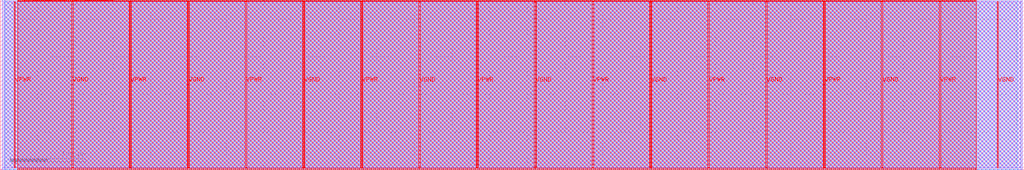
<source format=lef>
VERSION 5.7 ;
  NOWIREEXTENSIONATPIN ON ;
  DIVIDERCHAR "/" ;
  BUSBITCHARS "[]" ;
MACRO tt_um_kianV_rv32ima_uLinux_SoC
  CLASS BLOCK ;
  FOREIGN tt_um_kianV_rv32ima_uLinux_SoC ;
  ORIGIN 0.000 0.000 ;
  SIZE 1359.760 BY 225.760 ;
  PIN VGND
    DIRECTION INOUT ;
    USE GROUND ;
    PORT
      LAYER met4 ;
        RECT 95.080 2.480 96.680 223.280 ;
    END
    PORT
      LAYER met4 ;
        RECT 248.680 2.480 250.280 223.280 ;
    END
    PORT
      LAYER met4 ;
        RECT 402.280 2.480 403.880 223.280 ;
    END
    PORT
      LAYER met4 ;
        RECT 555.880 2.480 557.480 223.280 ;
    END
    PORT
      LAYER met4 ;
        RECT 709.480 2.480 711.080 223.280 ;
    END
    PORT
      LAYER met4 ;
        RECT 863.080 2.480 864.680 223.280 ;
    END
    PORT
      LAYER met4 ;
        RECT 1016.680 2.480 1018.280 223.280 ;
    END
    PORT
      LAYER met4 ;
        RECT 1170.280 2.480 1171.880 223.280 ;
    END
    PORT
      LAYER met4 ;
        RECT 1323.880 2.480 1325.480 223.280 ;
    END
  END VGND
  PIN VPWR
    DIRECTION INOUT ;
    USE POWER ;
    PORT
      LAYER met4 ;
        RECT 18.280 2.480 19.880 223.280 ;
    END
    PORT
      LAYER met4 ;
        RECT 171.880 2.480 173.480 223.280 ;
    END
    PORT
      LAYER met4 ;
        RECT 325.480 2.480 327.080 223.280 ;
    END
    PORT
      LAYER met4 ;
        RECT 479.080 2.480 480.680 223.280 ;
    END
    PORT
      LAYER met4 ;
        RECT 632.680 2.480 634.280 223.280 ;
    END
    PORT
      LAYER met4 ;
        RECT 786.280 2.480 787.880 223.280 ;
    END
    PORT
      LAYER met4 ;
        RECT 939.880 2.480 941.480 223.280 ;
    END
    PORT
      LAYER met4 ;
        RECT 1093.480 2.480 1095.080 223.280 ;
    END
    PORT
      LAYER met4 ;
        RECT 1247.080 2.480 1248.680 223.280 ;
    END
  END VPWR
  PIN clk
    DIRECTION INPUT ;
    USE SIGNAL ;
    ANTENNAGATEAREA 0.852000 ;
    PORT
      LAYER met4 ;
        RECT 145.670 224.760 145.970 225.760 ;
    END
  END clk
  PIN ena
    DIRECTION INPUT ;
    USE SIGNAL ;
    PORT
      LAYER met4 ;
        RECT 148.430 224.760 148.730 225.760 ;
    END
  END ena
  PIN rst_n
    DIRECTION INPUT ;
    USE SIGNAL ;
    ANTENNAGATEAREA 0.159000 ;
    PORT
      LAYER met4 ;
        RECT 142.910 224.760 143.210 225.760 ;
    END
  END rst_n
  PIN ui_in[0]
    DIRECTION INPUT ;
    USE SIGNAL ;
    PORT
      LAYER met4 ;
        RECT 140.150 224.760 140.450 225.760 ;
    END
  END ui_in[0]
  PIN ui_in[1]
    DIRECTION INPUT ;
    USE SIGNAL ;
    PORT
      LAYER met4 ;
        RECT 137.390 224.760 137.690 225.760 ;
    END
  END ui_in[1]
  PIN ui_in[2]
    DIRECTION INPUT ;
    USE SIGNAL ;
    PORT
      LAYER met4 ;
        RECT 134.630 224.760 134.930 225.760 ;
    END
  END ui_in[2]
  PIN ui_in[3]
    DIRECTION INPUT ;
    USE SIGNAL ;
    ANTENNAGATEAREA 0.247500 ;
    PORT
      LAYER met4 ;
        RECT 131.870 224.760 132.170 225.760 ;
    END
  END ui_in[3]
  PIN ui_in[4]
    DIRECTION INPUT ;
    USE SIGNAL ;
    PORT
      LAYER met4 ;
        RECT 129.110 224.760 129.410 225.760 ;
    END
  END ui_in[4]
  PIN ui_in[5]
    DIRECTION INPUT ;
    USE SIGNAL ;
    PORT
      LAYER met4 ;
        RECT 126.350 224.760 126.650 225.760 ;
    END
  END ui_in[5]
  PIN ui_in[6]
    DIRECTION INPUT ;
    USE SIGNAL ;
    PORT
      LAYER met4 ;
        RECT 123.590 224.760 123.890 225.760 ;
    END
  END ui_in[6]
  PIN ui_in[7]
    DIRECTION INPUT ;
    USE SIGNAL ;
    PORT
      LAYER met4 ;
        RECT 120.830 224.760 121.130 225.760 ;
    END
  END ui_in[7]
  PIN uio_in[0]
    DIRECTION INPUT ;
    USE SIGNAL ;
    PORT
      LAYER met4 ;
        RECT 118.070 224.760 118.370 225.760 ;
    END
  END uio_in[0]
  PIN uio_in[1]
    DIRECTION INPUT ;
    USE SIGNAL ;
    ANTENNAGATEAREA 0.213000 ;
    PORT
      LAYER met4 ;
        RECT 115.310 224.760 115.610 225.760 ;
    END
  END uio_in[1]
  PIN uio_in[2]
    DIRECTION INPUT ;
    USE SIGNAL ;
    ANTENNAGATEAREA 0.213000 ;
    PORT
      LAYER met4 ;
        RECT 112.550 224.760 112.850 225.760 ;
    END
  END uio_in[2]
  PIN uio_in[3]
    DIRECTION INPUT ;
    USE SIGNAL ;
    ANTENNAGATEAREA 0.213000 ;
    PORT
      LAYER met4 ;
        RECT 109.790 224.760 110.090 225.760 ;
    END
  END uio_in[3]
  PIN uio_in[4]
    DIRECTION INPUT ;
    USE SIGNAL ;
    ANTENNAGATEAREA 0.159000 ;
    PORT
      LAYER met4 ;
        RECT 107.030 224.760 107.330 225.760 ;
    END
  END uio_in[4]
  PIN uio_in[5]
    DIRECTION INPUT ;
    USE SIGNAL ;
    PORT
      LAYER met4 ;
        RECT 104.270 224.760 104.570 225.760 ;
    END
  END uio_in[5]
  PIN uio_in[6]
    DIRECTION INPUT ;
    USE SIGNAL ;
    PORT
      LAYER met4 ;
        RECT 101.510 224.760 101.810 225.760 ;
    END
  END uio_in[6]
  PIN uio_in[7]
    DIRECTION INPUT ;
    USE SIGNAL ;
    PORT
      LAYER met4 ;
        RECT 98.750 224.760 99.050 225.760 ;
    END
  END uio_in[7]
  PIN uio_oe[0]
    DIRECTION OUTPUT TRISTATE ;
    USE SIGNAL ;
    PORT
      LAYER met4 ;
        RECT 51.830 224.760 52.130 225.760 ;
    END
  END uio_oe[0]
  PIN uio_oe[1]
    DIRECTION OUTPUT TRISTATE ;
    USE SIGNAL ;
    ANTENNAGATEAREA 0.247500 ;
    ANTENNADIFFAREA 0.891000 ;
    PORT
      LAYER met4 ;
        RECT 49.070 224.760 49.370 225.760 ;
    END
  END uio_oe[1]
  PIN uio_oe[2]
    DIRECTION OUTPUT TRISTATE ;
    USE SIGNAL ;
    ANTENNADIFFAREA 0.795200 ;
    PORT
      LAYER met4 ;
        RECT 46.310 224.760 46.610 225.760 ;
    END
  END uio_oe[2]
  PIN uio_oe[3]
    DIRECTION OUTPUT TRISTATE ;
    USE SIGNAL ;
    ANTENNADIFFAREA 0.795200 ;
    PORT
      LAYER met4 ;
        RECT 43.550 224.760 43.850 225.760 ;
    END
  END uio_oe[3]
  PIN uio_oe[4]
    DIRECTION OUTPUT TRISTATE ;
    USE SIGNAL ;
    ANTENNAGATEAREA 0.673500 ;
    ANTENNADIFFAREA 0.891000 ;
    PORT
      LAYER met4 ;
        RECT 40.790 224.760 41.090 225.760 ;
    END
  END uio_oe[4]
  PIN uio_oe[5]
    DIRECTION OUTPUT TRISTATE ;
    USE SIGNAL ;
    PORT
      LAYER met4 ;
        RECT 38.030 224.760 38.330 225.760 ;
    END
  END uio_oe[5]
  PIN uio_oe[6]
    DIRECTION OUTPUT TRISTATE ;
    USE SIGNAL ;
    PORT
      LAYER met4 ;
        RECT 35.270 224.760 35.570 225.760 ;
    END
  END uio_oe[6]
  PIN uio_oe[7]
    DIRECTION OUTPUT TRISTATE ;
    USE SIGNAL ;
    PORT
      LAYER met4 ;
        RECT 32.510 224.760 32.810 225.760 ;
    END
  END uio_oe[7]
  PIN uio_out[0]
    DIRECTION OUTPUT TRISTATE ;
    USE SIGNAL ;
    ANTENNADIFFAREA 0.795200 ;
    PORT
      LAYER met4 ;
        RECT 73.910 224.760 74.210 225.760 ;
    END
  END uio_out[0]
  PIN uio_out[1]
    DIRECTION OUTPUT TRISTATE ;
    USE SIGNAL ;
    ANTENNADIFFAREA 0.891000 ;
    PORT
      LAYER met4 ;
        RECT 71.150 224.760 71.450 225.760 ;
    END
  END uio_out[1]
  PIN uio_out[2]
    DIRECTION OUTPUT TRISTATE ;
    USE SIGNAL ;
    ANTENNADIFFAREA 0.891000 ;
    PORT
      LAYER met4 ;
        RECT 68.390 224.760 68.690 225.760 ;
    END
  END uio_out[2]
  PIN uio_out[3]
    DIRECTION OUTPUT TRISTATE ;
    USE SIGNAL ;
    ANTENNADIFFAREA 0.891000 ;
    PORT
      LAYER met4 ;
        RECT 65.630 224.760 65.930 225.760 ;
    END
  END uio_out[3]
  PIN uio_out[4]
    DIRECTION OUTPUT TRISTATE ;
    USE SIGNAL ;
    ANTENNADIFFAREA 0.891000 ;
    PORT
      LAYER met4 ;
        RECT 62.870 224.760 63.170 225.760 ;
    END
  END uio_out[4]
  PIN uio_out[5]
    DIRECTION OUTPUT TRISTATE ;
    USE SIGNAL ;
    ANTENNADIFFAREA 0.795200 ;
    PORT
      LAYER met4 ;
        RECT 60.110 224.760 60.410 225.760 ;
    END
  END uio_out[5]
  PIN uio_out[6]
    DIRECTION OUTPUT TRISTATE ;
    USE SIGNAL ;
    ANTENNADIFFAREA 0.795200 ;
    PORT
      LAYER met4 ;
        RECT 57.350 224.760 57.650 225.760 ;
    END
  END uio_out[6]
  PIN uio_out[7]
    DIRECTION OUTPUT TRISTATE ;
    USE SIGNAL ;
    ANTENNADIFFAREA 0.795200 ;
    PORT
      LAYER met4 ;
        RECT 54.590 224.760 54.890 225.760 ;
    END
  END uio_out[7]
  PIN uo_out[0]
    DIRECTION OUTPUT TRISTATE ;
    USE SIGNAL ;
    ANTENNADIFFAREA 0.891000 ;
    PORT
      LAYER met4 ;
        RECT 95.990 224.760 96.290 225.760 ;
    END
  END uo_out[0]
  PIN uo_out[1]
    DIRECTION OUTPUT TRISTATE ;
    USE SIGNAL ;
    ANTENNADIFFAREA 0.795200 ;
    PORT
      LAYER met4 ;
        RECT 93.230 224.760 93.530 225.760 ;
    END
  END uo_out[1]
  PIN uo_out[2]
    DIRECTION OUTPUT TRISTATE ;
    USE SIGNAL ;
    ANTENNADIFFAREA 0.795200 ;
    PORT
      LAYER met4 ;
        RECT 90.470 224.760 90.770 225.760 ;
    END
  END uo_out[2]
  PIN uo_out[3]
    DIRECTION OUTPUT TRISTATE ;
    USE SIGNAL ;
    ANTENNADIFFAREA 0.795200 ;
    PORT
      LAYER met4 ;
        RECT 87.710 224.760 88.010 225.760 ;
    END
  END uo_out[3]
  PIN uo_out[4]
    DIRECTION OUTPUT TRISTATE ;
    USE SIGNAL ;
    ANTENNADIFFAREA 0.795200 ;
    PORT
      LAYER met4 ;
        RECT 84.950 224.760 85.250 225.760 ;
    END
  END uo_out[4]
  PIN uo_out[5]
    DIRECTION OUTPUT TRISTATE ;
    USE SIGNAL ;
    ANTENNADIFFAREA 0.795200 ;
    PORT
      LAYER met4 ;
        RECT 82.190 224.760 82.490 225.760 ;
    END
  END uo_out[5]
  PIN uo_out[6]
    DIRECTION OUTPUT TRISTATE ;
    USE SIGNAL ;
    ANTENNADIFFAREA 0.795200 ;
    PORT
      LAYER met4 ;
        RECT 79.430 224.760 79.730 225.760 ;
    END
  END uo_out[6]
  PIN uo_out[7]
    DIRECTION OUTPUT TRISTATE ;
    USE SIGNAL ;
    ANTENNADIFFAREA 0.795200 ;
    PORT
      LAYER met4 ;
        RECT 76.670 224.760 76.970 225.760 ;
    END
  END uo_out[7]
  OBS
      LAYER li1 ;
        RECT 2.760 2.635 1357.000 223.125 ;
      LAYER met1 ;
        RECT 2.460 0.040 1357.300 225.720 ;
      LAYER met2 ;
        RECT 5.160 0.010 1355.060 225.750 ;
      LAYER met3 ;
        RECT 6.505 0.175 1350.495 225.585 ;
      LAYER met4 ;
        RECT 23.295 224.360 32.110 225.585 ;
        RECT 33.210 224.360 34.870 225.585 ;
        RECT 35.970 224.360 37.630 225.585 ;
        RECT 38.730 224.360 40.390 225.585 ;
        RECT 41.490 224.360 43.150 225.585 ;
        RECT 44.250 224.360 45.910 225.585 ;
        RECT 47.010 224.360 48.670 225.585 ;
        RECT 49.770 224.360 51.430 225.585 ;
        RECT 52.530 224.360 54.190 225.585 ;
        RECT 55.290 224.360 56.950 225.585 ;
        RECT 58.050 224.360 59.710 225.585 ;
        RECT 60.810 224.360 62.470 225.585 ;
        RECT 63.570 224.360 65.230 225.585 ;
        RECT 66.330 224.360 67.990 225.585 ;
        RECT 69.090 224.360 70.750 225.585 ;
        RECT 71.850 224.360 73.510 225.585 ;
        RECT 74.610 224.360 76.270 225.585 ;
        RECT 77.370 224.360 79.030 225.585 ;
        RECT 80.130 224.360 81.790 225.585 ;
        RECT 82.890 224.360 84.550 225.585 ;
        RECT 85.650 224.360 87.310 225.585 ;
        RECT 88.410 224.360 90.070 225.585 ;
        RECT 91.170 224.360 92.830 225.585 ;
        RECT 93.930 224.360 95.590 225.585 ;
        RECT 96.690 224.360 98.350 225.585 ;
        RECT 99.450 224.360 101.110 225.585 ;
        RECT 102.210 224.360 103.870 225.585 ;
        RECT 104.970 224.360 106.630 225.585 ;
        RECT 107.730 224.360 109.390 225.585 ;
        RECT 110.490 224.360 112.150 225.585 ;
        RECT 113.250 224.360 114.910 225.585 ;
        RECT 116.010 224.360 117.670 225.585 ;
        RECT 118.770 224.360 120.430 225.585 ;
        RECT 121.530 224.360 123.190 225.585 ;
        RECT 124.290 224.360 125.950 225.585 ;
        RECT 127.050 224.360 128.710 225.585 ;
        RECT 129.810 224.360 131.470 225.585 ;
        RECT 132.570 224.360 134.230 225.585 ;
        RECT 135.330 224.360 136.990 225.585 ;
        RECT 138.090 224.360 139.750 225.585 ;
        RECT 140.850 224.360 142.510 225.585 ;
        RECT 143.610 224.360 145.270 225.585 ;
        RECT 146.370 224.360 148.030 225.585 ;
        RECT 149.130 224.360 1295.985 225.585 ;
        RECT 23.295 223.680 1295.985 224.360 ;
        RECT 23.295 2.080 94.680 223.680 ;
        RECT 97.080 2.080 171.480 223.680 ;
        RECT 173.880 2.080 248.280 223.680 ;
        RECT 250.680 2.080 325.080 223.680 ;
        RECT 327.480 2.080 401.880 223.680 ;
        RECT 404.280 2.080 478.680 223.680 ;
        RECT 481.080 2.080 555.480 223.680 ;
        RECT 557.880 2.080 632.280 223.680 ;
        RECT 634.680 2.080 709.080 223.680 ;
        RECT 711.480 2.080 785.880 223.680 ;
        RECT 788.280 2.080 862.680 223.680 ;
        RECT 865.080 2.080 939.480 223.680 ;
        RECT 941.880 2.080 1016.280 223.680 ;
        RECT 1018.680 2.080 1093.080 223.680 ;
        RECT 1095.480 2.080 1169.880 223.680 ;
        RECT 1172.280 2.080 1246.680 223.680 ;
        RECT 1249.080 2.080 1295.985 223.680 ;
        RECT 23.295 0.175 1295.985 2.080 ;
  END
END tt_um_kianV_rv32ima_uLinux_SoC
END LIBRARY


</source>
